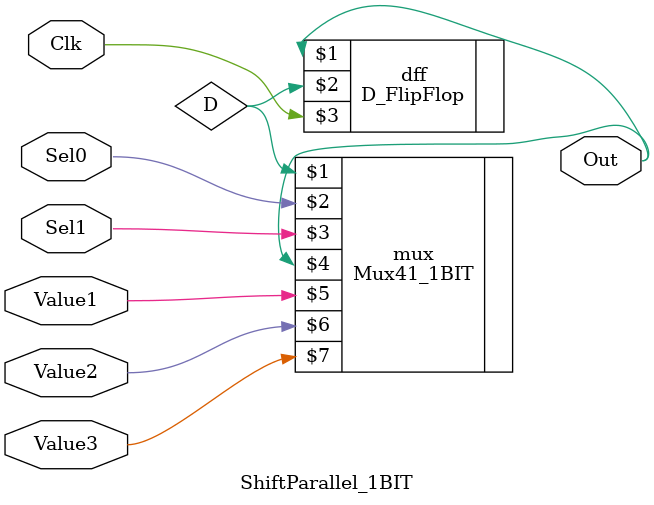
<source format=v>
module ShiftParallel_1BIT(Out, Clk, Sel0, Sel1, Value1, Value2, Value3);
	output Out;
	input Clk, Sel0, Sel1, Value1, Value2, Value3;
	wire D;
	Mux41_1BIT mux(D, Sel0, Sel1, Out, Value1, Value2, Value3);
	D_FlipFlop dff(Out, D, Clk);
endmodule
</source>
